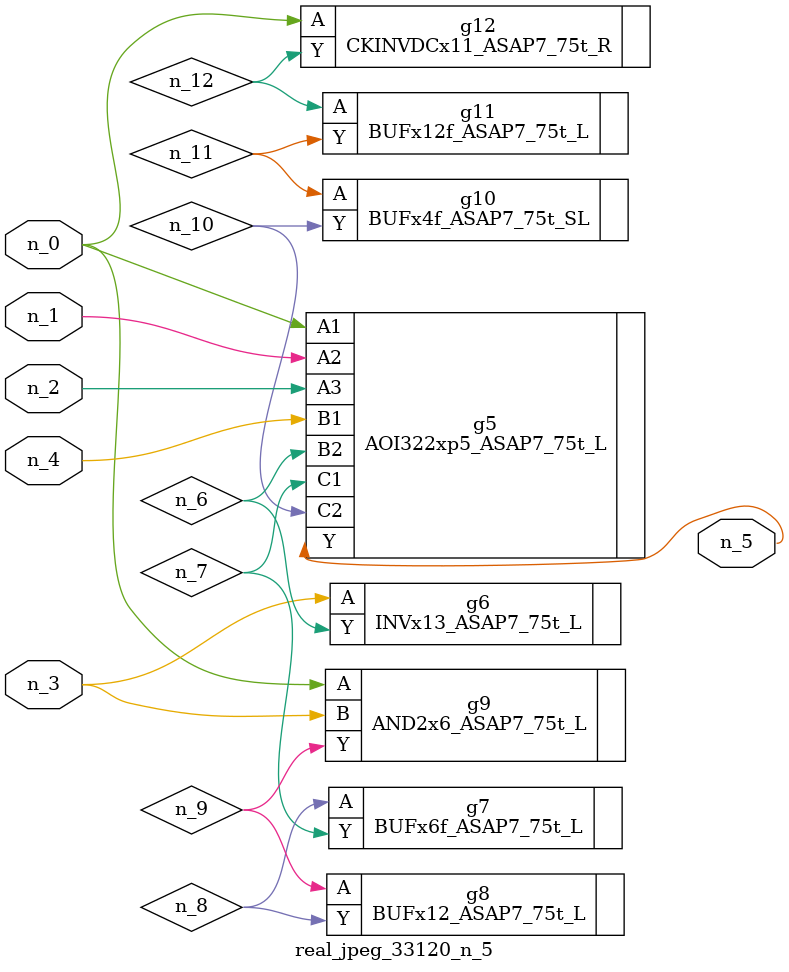
<source format=v>
module real_jpeg_33120_n_5 (n_4, n_0, n_1, n_2, n_3, n_5);

input n_4;
input n_0;
input n_1;
input n_2;
input n_3;

output n_5;

wire n_12;
wire n_8;
wire n_11;
wire n_6;
wire n_7;
wire n_10;
wire n_9;

AOI322xp5_ASAP7_75t_L g5 ( 
.A1(n_0),
.A2(n_1),
.A3(n_2),
.B1(n_4),
.B2(n_6),
.C1(n_7),
.C2(n_10),
.Y(n_5)
);

AND2x6_ASAP7_75t_L g9 ( 
.A(n_0),
.B(n_3),
.Y(n_9)
);

CKINVDCx11_ASAP7_75t_R g12 ( 
.A(n_0),
.Y(n_12)
);

INVx13_ASAP7_75t_L g6 ( 
.A(n_3),
.Y(n_6)
);

BUFx6f_ASAP7_75t_L g7 ( 
.A(n_8),
.Y(n_7)
);

BUFx12_ASAP7_75t_L g8 ( 
.A(n_9),
.Y(n_8)
);

BUFx4f_ASAP7_75t_SL g10 ( 
.A(n_11),
.Y(n_10)
);

BUFx12f_ASAP7_75t_L g11 ( 
.A(n_12),
.Y(n_11)
);


endmodule
</source>
